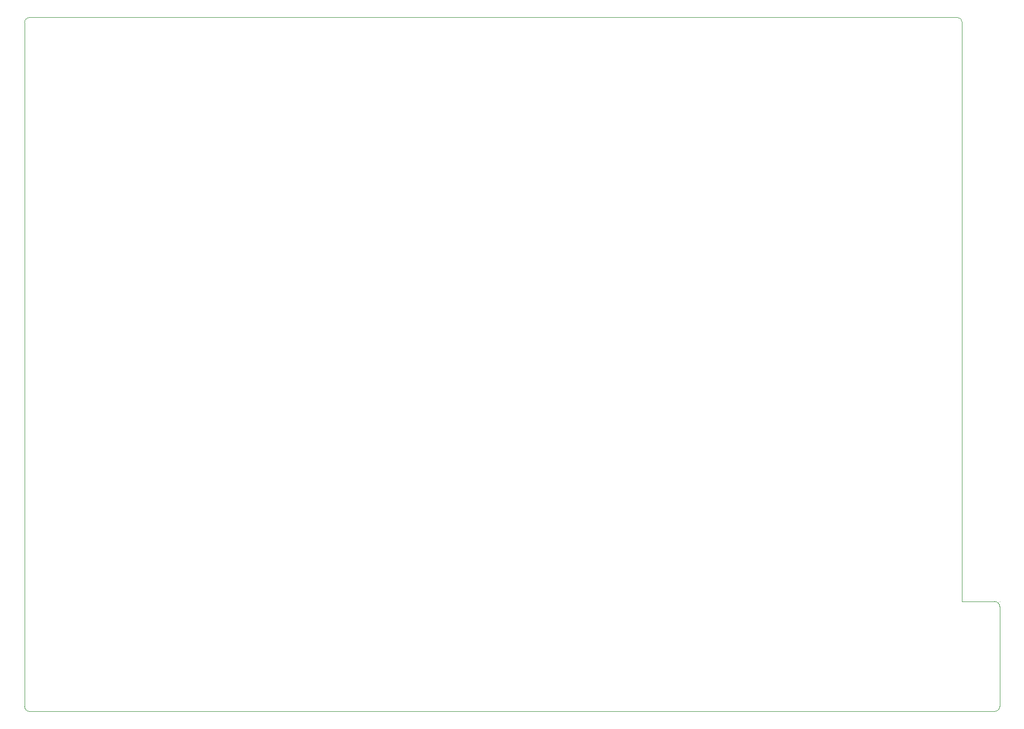
<source format=gm1>
%TF.GenerationSoftware,KiCad,Pcbnew,(6.0.10)*%
%TF.CreationDate,2023-02-02T18:01:59-08:00*%
%TF.ProjectId,netrazr_rev2-Left,6e657472-617a-4725-9f72-6576322d4c65,2*%
%TF.SameCoordinates,Original*%
%TF.FileFunction,Profile,NP*%
%FSLAX46Y46*%
G04 Gerber Fmt 4.6, Leading zero omitted, Abs format (unit mm)*
G04 Created by KiCad (PCBNEW (6.0.10)) date 2023-02-02 18:01:59*
%MOMM*%
%LPD*%
G01*
G04 APERTURE LIST*
%TA.AperFunction,Profile*%
%ADD10C,0.050000*%
%TD*%
G04 APERTURE END LIST*
D10*
X197963000Y-60198000D02*
G75*
G03*
X197165000Y-59400000I-798000J0D01*
G01*
X37689000Y-178780000D02*
X203551000Y-178780000D01*
X204440000Y-159857000D02*
X204440000Y-159857000D01*
X197165000Y-59400000D02*
X37689000Y-59400000D01*
X203551000Y-159857000D02*
X197963000Y-159857000D01*
X36800000Y-60289000D02*
X36800000Y-177891000D01*
X197963000Y-149316000D02*
X197963000Y-60198000D01*
X37689000Y-59400000D02*
G75*
G03*
X36800000Y-60289000I0J-889000D01*
G01*
X203551000Y-178780000D02*
G75*
G03*
X204440000Y-177891000I0J889000D01*
G01*
X204440000Y-160746000D02*
G75*
G03*
X203551000Y-159857000I-889000J0D01*
G01*
X204440000Y-159857000D02*
X204440000Y-159857000D01*
X36800000Y-177891000D02*
G75*
G03*
X37689000Y-178780000I889000J0D01*
G01*
X197963000Y-159857000D02*
X197963000Y-149316000D01*
X204440000Y-177891000D02*
X204440000Y-160746000D01*
M02*

</source>
